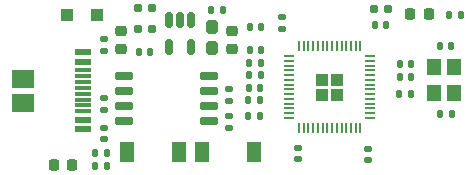
<source format=gbr>
%TF.GenerationSoftware,KiCad,Pcbnew,8.0.1*%
%TF.CreationDate,2024-04-07T18:53:55+05:30*%
%TF.ProjectId,Mitayi-Pico-RP2040,4d697461-7969-42d5-9069-636f2d525032,0.6*%
%TF.SameCoordinates,PX73df160PY5f2d3c0*%
%TF.FileFunction,Paste,Top*%
%TF.FilePolarity,Positive*%
%FSLAX46Y46*%
G04 Gerber Fmt 4.6, Leading zero omitted, Abs format (unit mm)*
G04 Created by KiCad (PCBNEW 8.0.1) date 2024-04-07 18:53:55*
%MOMM*%
%LPD*%
G01*
G04 APERTURE LIST*
G04 Aperture macros list*
%AMRoundRect*
0 Rectangle with rounded corners*
0 $1 Rounding radius*
0 $2 $3 $4 $5 $6 $7 $8 $9 X,Y pos of 4 corners*
0 Add a 4 corners polygon primitive as box body*
4,1,4,$2,$3,$4,$5,$6,$7,$8,$9,$2,$3,0*
0 Add four circle primitives for the rounded corners*
1,1,$1+$1,$2,$3*
1,1,$1+$1,$4,$5*
1,1,$1+$1,$6,$7*
1,1,$1+$1,$8,$9*
0 Add four rect primitives between the rounded corners*
20,1,$1+$1,$2,$3,$4,$5,0*
20,1,$1+$1,$4,$5,$6,$7,0*
20,1,$1+$1,$6,$7,$8,$9,0*
20,1,$1+$1,$8,$9,$2,$3,0*%
G04 Aperture macros list end*
%ADD10RoundRect,0.160000X-0.197500X-0.160000X0.197500X-0.160000X0.197500X0.160000X-0.197500X0.160000X0*%
%ADD11RoundRect,0.218750X0.218750X0.256250X-0.218750X0.256250X-0.218750X-0.256250X0.218750X-0.256250X0*%
%ADD12RoundRect,0.140000X0.140000X0.170000X-0.140000X0.170000X-0.140000X-0.170000X0.140000X-0.170000X0*%
%ADD13RoundRect,0.140000X-0.170000X0.140000X-0.170000X-0.140000X0.170000X-0.140000X0.170000X0.140000X0*%
%ADD14RoundRect,0.225000X-0.250000X0.225000X-0.250000X-0.225000X0.250000X-0.225000X0.250000X0.225000X0*%
%ADD15RoundRect,0.135000X-0.185000X0.135000X-0.185000X-0.135000X0.185000X-0.135000X0.185000X0.135000X0*%
%ADD16RoundRect,0.135000X0.135000X0.185000X-0.135000X0.185000X-0.135000X-0.185000X0.135000X-0.185000X0*%
%ADD17RoundRect,0.135000X-0.135000X-0.185000X0.135000X-0.185000X0.135000X0.185000X-0.135000X0.185000X0*%
%ADD18RoundRect,0.140000X0.170000X-0.140000X0.170000X0.140000X-0.170000X0.140000X-0.170000X-0.140000X0*%
%ADD19RoundRect,0.250000X0.292217X-0.292217X0.292217X0.292217X-0.292217X0.292217X-0.292217X-0.292217X0*%
%ADD20RoundRect,0.050000X0.050000X-0.387500X0.050000X0.387500X-0.050000X0.387500X-0.050000X-0.387500X0*%
%ADD21RoundRect,0.050000X0.387500X-0.050000X0.387500X0.050000X-0.387500X0.050000X-0.387500X-0.050000X0*%
%ADD22RoundRect,0.140000X-0.140000X-0.170000X0.140000X-0.170000X0.140000X0.170000X-0.140000X0.170000X0*%
%ADD23RoundRect,0.150000X0.650000X0.150000X-0.650000X0.150000X-0.650000X-0.150000X0.650000X-0.150000X0*%
%ADD24RoundRect,0.160000X0.197500X0.160000X-0.197500X0.160000X-0.197500X-0.160000X0.197500X-0.160000X0*%
%ADD25RoundRect,0.225000X0.250000X-0.225000X0.250000X0.225000X-0.250000X0.225000X-0.250000X-0.225000X0*%
%ADD26R,1.450000X0.600000*%
%ADD27R,1.450000X0.300000*%
%ADD28R,1.200000X1.400000*%
%ADD29R,1.000000X1.000000*%
%ADD30R,1.900000X1.500000*%
%ADD31R,1.150000X1.700000*%
%ADD32RoundRect,0.250000X0.275000X-0.312500X0.275000X0.312500X-0.275000X0.312500X-0.275000X-0.312500X0*%
%ADD33RoundRect,0.135000X0.185000X-0.135000X0.185000X0.135000X-0.185000X0.135000X-0.185000X-0.135000X0*%
%ADD34RoundRect,0.150000X-0.150000X0.512500X-0.150000X-0.512500X0.150000X-0.512500X0.150000X0.512500X0*%
G04 APERTURE END LIST*
D10*
%TO.C,JP5*%
X31112500Y17400000D03*
X32307500Y17400000D03*
%TD*%
D11*
%TO.C,D2*%
X35737500Y17030000D03*
X34162500Y17030000D03*
%TD*%
D12*
%TO.C,C17*%
X37700000Y8510000D03*
X36740000Y8510000D03*
%TD*%
D13*
%TO.C,C12*%
X24670000Y5670000D03*
X24670000Y4710000D03*
%TD*%
D14*
%TO.C,C13*%
X9710000Y15585000D03*
X9710000Y14035000D03*
%TD*%
D13*
%TO.C,C6*%
X30600000Y5560000D03*
X30600000Y4600000D03*
%TD*%
D12*
%TO.C,C11*%
X21550000Y15905000D03*
X20590000Y15905000D03*
%TD*%
%TO.C,C19*%
X8490000Y5240000D03*
X7530000Y5240000D03*
%TD*%
D15*
%TO.C,R2*%
X18830000Y8360000D03*
X18830000Y7340000D03*
%TD*%
D16*
%TO.C,R7*%
X38480000Y16960000D03*
X37460000Y16960000D03*
%TD*%
D17*
%TO.C,R10*%
X33270000Y10220000D03*
X34290000Y10220000D03*
%TD*%
D18*
%TO.C,C10*%
X23370000Y15750000D03*
X23370000Y16710000D03*
%TD*%
D19*
%TO.C,U3*%
X26732500Y10182500D03*
X28007500Y10182500D03*
X26732500Y11457500D03*
X28007500Y11457500D03*
D20*
X24770000Y7382500D03*
X25170000Y7382500D03*
X25570000Y7382500D03*
X25970000Y7382500D03*
X26370000Y7382500D03*
X26770000Y7382500D03*
X27170000Y7382500D03*
X27570000Y7382500D03*
X27970000Y7382500D03*
X28370000Y7382500D03*
X28770000Y7382500D03*
X29170000Y7382500D03*
X29570000Y7382500D03*
X29970000Y7382500D03*
D21*
X30807500Y8220000D03*
X30807500Y8620000D03*
X30807500Y9020000D03*
X30807500Y9420000D03*
X30807500Y9820000D03*
X30807500Y10220000D03*
X30807500Y10620000D03*
X30807500Y11020000D03*
X30807500Y11420000D03*
X30807500Y11820000D03*
X30807500Y12220000D03*
X30807500Y12620000D03*
X30807500Y13020000D03*
X30807500Y13420000D03*
D20*
X29970000Y14257500D03*
X29570000Y14257500D03*
X29170000Y14257500D03*
X28770000Y14257500D03*
X28370000Y14257500D03*
X27970000Y14257500D03*
X27570000Y14257500D03*
X27170000Y14257500D03*
X26770000Y14257500D03*
X26370000Y14257500D03*
X25970000Y14257500D03*
X25570000Y14257500D03*
X25170000Y14257500D03*
X24770000Y14257500D03*
D21*
X23932500Y13420000D03*
X23932500Y13020000D03*
X23932500Y12620000D03*
X23932500Y12220000D03*
X23932500Y11820000D03*
X23932500Y11420000D03*
X23932500Y11020000D03*
X23932500Y10620000D03*
X23932500Y10220000D03*
X23932500Y9820000D03*
X23932500Y9420000D03*
X23932500Y9020000D03*
X23932500Y8620000D03*
X23932500Y8220000D03*
%TD*%
D17*
%TO.C,R5*%
X20540000Y11825000D03*
X21560000Y11825000D03*
%TD*%
D22*
%TO.C,C2*%
X33290000Y12750000D03*
X34250000Y12750000D03*
%TD*%
D23*
%TO.C,U1*%
X17150000Y7955000D03*
X17150000Y9225000D03*
X17150000Y10495000D03*
X17150000Y11765000D03*
X9950000Y11765000D03*
X9950000Y10495000D03*
X9950000Y9225000D03*
X9950000Y7955000D03*
%TD*%
D12*
%TO.C,C5*%
X21455000Y10720000D03*
X20495000Y10720000D03*
%TD*%
D15*
%TO.C,R1*%
X18830000Y10690000D03*
X18830000Y9670000D03*
%TD*%
D12*
%TO.C,C4*%
X21540000Y13930000D03*
X20580000Y13930000D03*
%TD*%
D18*
%TO.C,C1*%
X8300000Y6430000D03*
X8300000Y7390000D03*
%TD*%
D24*
%TO.C,JP1*%
X12347500Y17500000D03*
X11152500Y17500000D03*
%TD*%
D17*
%TO.C,R9*%
X17300000Y17300000D03*
X18320000Y17300000D03*
%TD*%
D12*
%TO.C,C9*%
X34260000Y11630000D03*
X33300000Y11630000D03*
%TD*%
D22*
%TO.C,C8*%
X31210000Y16100000D03*
X32170000Y16100000D03*
%TD*%
D25*
%TO.C,C15*%
X19080000Y14015000D03*
X19080000Y15565000D03*
%TD*%
D26*
%TO.C,J2*%
X6475000Y13760000D03*
X6475000Y12960000D03*
D27*
X6475000Y11760000D03*
X6475000Y10760000D03*
X6475000Y10260000D03*
X6475000Y9260000D03*
D26*
X6475000Y8060000D03*
X6475000Y7260000D03*
X6475000Y7260000D03*
X6475000Y8060000D03*
D27*
X6475000Y8760000D03*
X6475000Y9760000D03*
X6475000Y11260000D03*
X6475000Y12260000D03*
D26*
X6475000Y12960000D03*
X6475000Y13760000D03*
%TD*%
D12*
%TO.C,C16*%
X12160000Y13760000D03*
X11200000Y13760000D03*
%TD*%
D10*
%TO.C,JP4*%
X11152500Y15750000D03*
X12347500Y15750000D03*
%TD*%
D15*
%TO.C,R4*%
X8300000Y9860000D03*
X8300000Y8840000D03*
%TD*%
D28*
%TO.C,Y1*%
X37900000Y10330000D03*
X37900000Y12530000D03*
X36200000Y12530000D03*
X36200000Y10330000D03*
%TD*%
D16*
%TO.C,R8*%
X8490000Y4170000D03*
X7470000Y4170000D03*
%TD*%
D29*
%TO.C,D1*%
X7650000Y16900000D03*
X5150000Y16900000D03*
%TD*%
D11*
%TO.C,D3*%
X5587500Y4200000D03*
X4012500Y4200000D03*
%TD*%
D30*
%TO.C,J6*%
X1362500Y11510000D03*
X1362500Y9510000D03*
%TD*%
D31*
%TO.C,SW1*%
X10225000Y5300000D03*
X14575000Y5300000D03*
%TD*%
D22*
%TO.C,C18*%
X36710000Y14330000D03*
X37670000Y14330000D03*
%TD*%
D12*
%TO.C,C7*%
X21450000Y9720000D03*
X20490000Y9720000D03*
%TD*%
D17*
%TO.C,R6*%
X20540000Y12825000D03*
X21560000Y12825000D03*
%TD*%
D32*
%TO.C,C14*%
X17400000Y14147500D03*
X17400000Y15922500D03*
%TD*%
D33*
%TO.C,R3*%
X8300000Y13890000D03*
X8300000Y14910000D03*
%TD*%
D34*
%TO.C,U2*%
X15620000Y16487500D03*
X14670000Y16487500D03*
X13720000Y16487500D03*
X13720000Y14212500D03*
X15620000Y14212500D03*
%TD*%
D17*
%TO.C,R11*%
X20460000Y8330000D03*
X21480000Y8330000D03*
%TD*%
D31*
%TO.C,SW2*%
X20940000Y5285000D03*
X16590000Y5285000D03*
%TD*%
M02*

</source>
